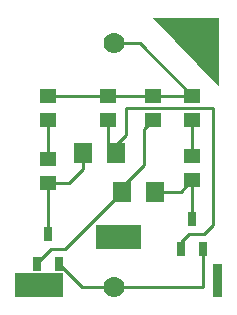
<source format=gtl>
G04 Layer: TopLayer*
G04 EasyEDA v6.2.44, 2019-09-24T20:15:28+02:00*
G04 525ee883efe64d3eb70f5621e6c7a3e3,c85b667672964722a5a42a972ddb0a92,10*
G04 Gerber Generator version 0.2*
G04 Scale: 100 percent, Rotated: No, Reflected: No *
G04 Dimensions in millimeters *
G04 leading zeros omitted , absolute positions ,3 integer and 3 decimal *
%FSLAX33Y33*%
%MOMM*%
G90*
G71D02*

%ADD10C,0.254000*%
%ADD11R,1.469898X1.160018*%
%ADD12R,1.399540X1.300480*%
%ADD13R,0.699999X1.250010*%
%ADD14R,1.600200X1.800860*%
%ADD15C,1.778000*%

%LPD*%
G54D10*
G01X8636Y21720D02*
G01X10791Y21720D01*
G01X15239Y17271D01*
G01X15239Y17271D02*
G01X3047Y17271D01*
G01X15239Y15239D02*
G01X15239Y12210D01*
G01X15238Y12209D01*
G01X3047Y15239D02*
G01X3047Y11956D01*
G01X3046Y11955D01*
G01X15238Y10109D02*
G01X15238Y6838D01*
G01X15240Y6837D01*
G01X3046Y9855D02*
G01X3046Y5568D01*
G01X3048Y5567D01*
G01X8128Y15240D02*
G01X8128Y13080D01*
G01X8763Y12446D01*
G01X5969Y12446D02*
G01X5969Y11049D01*
G01X4826Y9906D01*
G01X3097Y9906D01*
G01X3046Y9855D01*
G01X9271Y9144D02*
G01X9271Y9525D01*
G01X11176Y11430D01*
G01X11176Y14478D01*
G01X11938Y15240D01*
G01X12065Y9144D02*
G01X14273Y9144D01*
G01X15238Y10109D01*
G01X8636Y1119D02*
G01X5946Y1119D01*
G01X3998Y3068D01*
G01X2098Y3068D02*
G01X2098Y3114D01*
G01X3302Y4318D01*
G01X4445Y4318D01*
G01X9271Y9144D01*
G01X8636Y1119D02*
G01X16123Y1119D01*
G01X16190Y1185D01*
G01X16190Y4338D01*
G01X14290Y4338D02*
G01X14290Y4892D01*
G01X14986Y5588D01*
G01X16256Y5588D01*
G01X17018Y6350D01*
G01X17018Y16256D01*
G01X9652Y16256D01*
G01X9652Y13970D01*
G01X8763Y13081D01*
G01X8763Y12446D01*
G54D11*
G01X15240Y17271D03*
G01X15240Y15239D03*
G01X3048Y17271D03*
G01X3048Y15239D03*
G01X8128Y15240D03*
G01X8128Y17272D03*
G01X11938Y15240D03*
G01X11938Y17272D03*
G54D12*
G01X3046Y11955D03*
G01X3046Y9855D03*
G01X15238Y12209D03*
G01X15238Y10109D03*
G54D13*
G01X15240Y6837D03*
G01X16189Y4338D03*
G01X14290Y4338D03*
G01X3048Y5567D03*
G01X3997Y3068D03*
G01X2098Y3068D03*
G54D14*
G01X12065Y9144D03*
G01X9271Y9144D03*
G01X8763Y12446D03*
G01X5969Y12446D03*

%LPD*%
G36*
G01X4318Y2286D02*
G01X254Y2286D01*
G01X254Y254D01*
G01X4318Y254D01*
G01X4318Y2286D01*
G37*

%LPD*%
G36*
G01X10922Y6350D02*
G01X7112Y6350D01*
G01X7112Y4318D01*
G01X10922Y4318D01*
G01X10922Y6350D01*
G37*

%LPD*%
G36*
G01X17780Y3048D02*
G01X17018Y3048D01*
G01X17018Y254D01*
G01X17780Y254D01*
G01X17780Y3048D01*
G37*

%LPD*%
G36*
G01X17526Y23876D02*
G01X11938Y23876D01*
G01X17526Y18034D01*
G01X17526Y23876D01*
G37*
G54D15*
G01X8636Y21720D03*
G01X8636Y1119D03*
M00*
M02*

</source>
